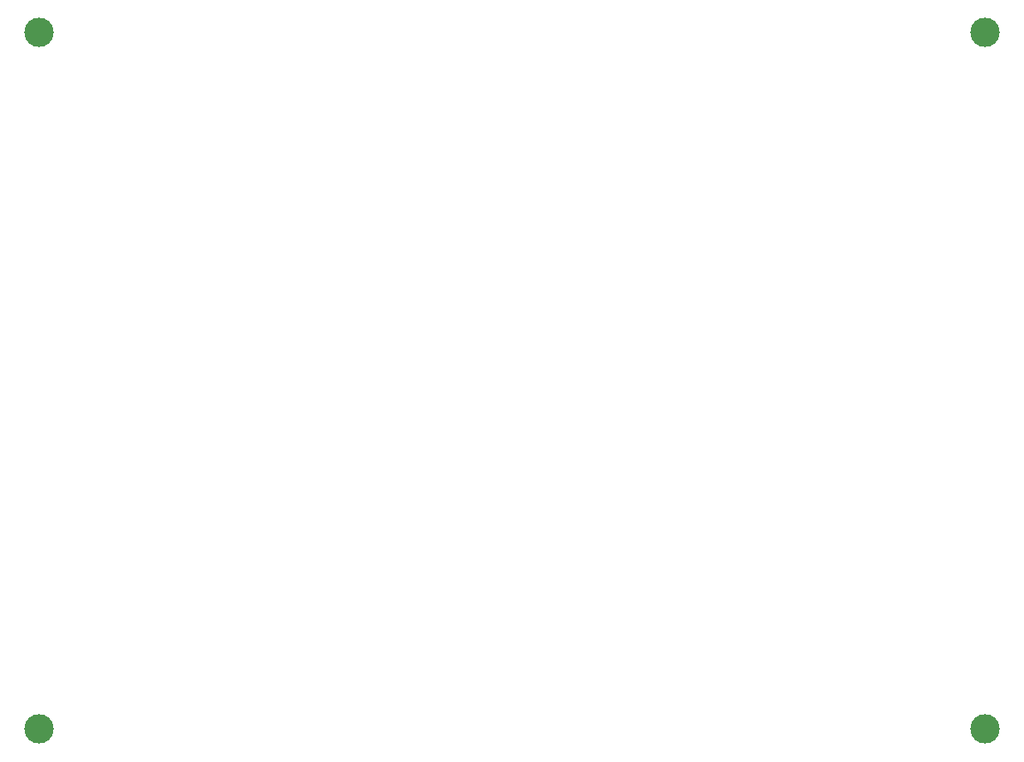
<source format=gbr>
%TF.GenerationSoftware,Altium Limited,Altium Designer,19.1.9 (167)*%
G04 Layer_Color=0*
%FSLAX26Y26*%
%MOIN*%
%TF.FileFunction,NonPlated,1,2,NPTH,Drill*%
%TF.Part,Single*%
G01*
G75*
%TA.AperFunction,OtherDrill,Pad Free-5 (3900mil,100mil)*%
%ADD68C,0.118110*%
%TA.AperFunction,OtherDrill,Pad Free-4 (3900mil,2900mil)*%
%ADD69C,0.118110*%
%TA.AperFunction,OtherDrill,Pad Free-3 (100mil,100mil)*%
%ADD70C,0.118110*%
%TA.AperFunction,OtherDrill,Pad Free-2 (100mil,2900mil)*%
%ADD71C,0.118110*%
D68*
X3900000Y100000D02*
D03*
D69*
Y2900000D02*
D03*
D70*
X100000Y100000D02*
D03*
D71*
Y2900000D02*
D03*
%TF.MD5,ef85f95b319b12fb647b2c80aa2a7336*%
M02*

</source>
